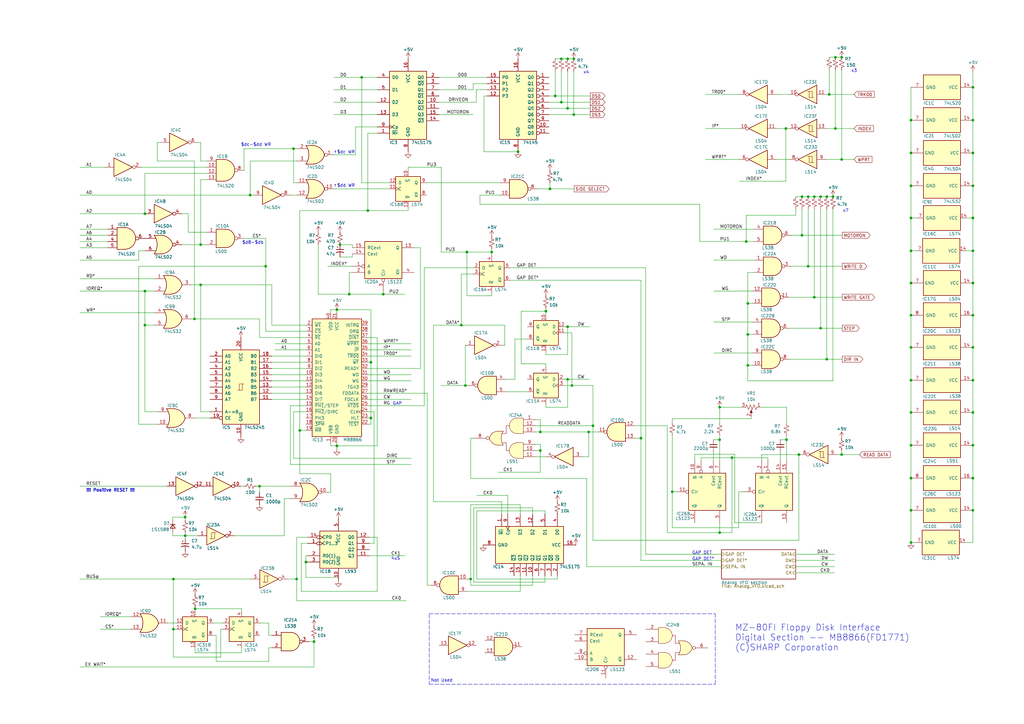
<source format=kicad_sch>
(kicad_sch (version 20211123) (generator eeschema)
  (paper "A3")
  (junction (at 232.791 155.575))
  (junction (at 241.427 177.165))
  (junction (at 232.791 133.985))
  (junction (at 189.23 133.35))
  (junction (at 59.436 119.38))
  (junction (at 108.966 109.22))
  (junction (at 275.717 201.676))
  (junction (at 59.436 87.63))
  (junction (at 143.256 120.65))
  (junction (at 227.711 39.37))
  (junction (at 120.396 60.96))
  (junction (at 82.296 100.33))
  (junction (at 334.01 121.92))
  (junction (at 331.47 80.645))
  (junction (at 221.615 184.785))
  (junction (at 399.034 62.738))
  (junction (at 373.634 102.87))
  (junction (at 373.634 89.408))
  (junction (at 341.63 80.645))
  (junction (at 125.476 230.505))
  (junction (at 243.205 174.625))
  (junction (at 373.634 49.276))
  (junction (at 306.705 124.46))
  (junction (at 139.446 100.33))
  (junction (at 399.034 209.296))
  (junction (at 80.01 249.682))
  (junction (at 399.034 49.276))
  (junction (at 306.705 137.16))
  (junction (at 373.634 222.504))
  (junction (at 122.936 176.53))
  (junction (at 193.04 237.49))
  (junction (at 339.09 147.32))
  (junction (at 336.55 80.645))
  (junction (at 79.756 130.81))
  (junction (at 399.034 102.87))
  (junction (at 230.251 24.13))
  (junction (at 152.146 171.45))
  (junction (at 300.228 187.706))
  (junction (at 342.646 23.495))
  (junction (at 399.034 196.088))
  (junction (at 399.034 169.164))
  (junction (at 225.552 77.47))
  (junction (at 295.148 180.34))
  (junction (at 157.226 120.65))
  (junction (at 201.676 103.378))
  (junction (at 295.148 218.44))
  (junction (at 345.186 65.405))
  (junction (at 71.12 258.064))
  (junction (at 327.66 186.436))
  (junction (at 138.176 127))
  (junction (at 235.331 46.99))
  (junction (at 334.01 80.645))
  (junction (at 152.146 148.59))
  (junction (at 306.07 99.06))
  (junction (at 399.034 35.814))
  (junction (at 221.615 177.165))
  (junction (at 71.12 237.49))
  (junction (at 399.034 129.286))
  (junction (at 399.034 155.956))
  (junction (at 339.09 80.645))
  (junction (at 336.55 134.62))
  (junction (at 328.93 80.645))
  (junction (at 75.946 219.71))
  (junction (at 106.426 199.39))
  (junction (at 373.634 182.626))
  (junction (at 59.436 133.35))
  (junction (at 306.705 149.86))
  (junction (at 399.034 76.2))
  (junction (at 399.034 89.408))
  (junction (at 345.186 186.436))
  (junction (at 190.881 158.115))
  (junction (at 399.034 116.078))
  (junction (at 295.148 167.005))
  (junction (at 75.946 212.09))
  (junction (at 373.634 116.078))
  (junction (at 138.176 182.88))
  (junction (at 399.034 142.494))
  (junction (at 399.034 182.626))
  (junction (at 212.471 62.23))
  (junction (at 331.47 109.22))
  (junction (at 373.634 155.956))
  (junction (at 345.186 23.495))
  (junction (at 322.326 52.705))
  (junction (at 322.58 180.34))
  (junction (at 102.616 80.01))
  (junction (at 223.901 127.635))
  (junction (at 230.251 41.91))
  (junction (at 234.569 158.115))
  (junction (at 128.778 263.144))
  (junction (at 232.791 44.45))
  (junction (at 373.634 76.2))
  (junction (at 373.634 129.286))
  (junction (at 121.666 237.49))
  (junction (at 328.93 96.52))
  (junction (at 148.336 31.75))
  (junction (at 373.634 142.494))
  (junction (at 150.876 86.36))
  (junction (at 262.89 179.705))
  (junction (at 232.791 24.13))
  (junction (at 373.634 169.164))
  (junction (at 235.331 24.13))
  (junction (at 373.634 196.088))
  (junction (at 191.516 103.378))
  (junction (at 373.634 209.296))
  (junction (at 373.634 62.738))
  (junction (at 340.106 38.735))
  (junction (at 82.296 116.84))
  (junction (at 342.646 52.705))
  (wire (pts (xy 336.55 134.62) (xy 345.44 134.62)))
  (wire (pts (xy 80.01 248.92) (xy 80.01 249.682)))
  (wire (pts (xy 91.44 258.064) (xy 90.551 258.064)))
  (wire (pts (xy 126.111 220.345) (xy 121.666 220.345)))
  (wire (pts (xy 342.646 52.705) (xy 338.836 52.705)))
  (polyline (pts (xy 176.022 251.714) (xy 293.37 251.714)))
  (wire (pts (xy 32.766 99.06) (xy 44.196 99.06)))
  (wire (pts (xy 153.416 168.91) (xy 153.416 222.885)))
  (wire (pts (xy 177.8 205.74) (xy 205.74 205.74)))
  (wire (pts (xy 120.396 168.91) (xy 120.396 187.96)))
  (wire (pts (xy 223.901 128.905) (xy 223.901 127.635)))
  (wire (pts (xy 175.26 240.03) (xy 175.26 161.29)))
  (wire (pts (xy 144.526 105.41) (xy 139.446 105.41)))
  (wire (pts (xy 191.516 121.285) (xy 191.516 103.378)))
  (wire (pts (xy 106.426 130.81) (xy 106.426 138.43)))
  (wire (pts (xy 345.186 186.436) (xy 343.408 186.436)))
  (wire (pts (xy 150.876 171.45) (xy 152.146 171.45)))
  (wire (pts (xy 232.791 145.415) (xy 223.901 145.415)))
  (wire (pts (xy 105.156 199.39) (xy 106.426 199.39)))
  (wire (pts (xy 223.52 209.55) (xy 223.52 210.82)))
  (wire (pts (xy 177.8 133.35) (xy 189.23 133.35)))
  (wire (pts (xy 303.022 201.676) (xy 303.022 216.408)))
  (wire (pts (xy 275.717 173.355) (xy 275.717 171.704)))
  (wire (pts (xy 152.146 171.45) (xy 152.146 148.59)))
  (wire (pts (xy 100.076 97.79) (xy 108.966 97.79)))
  (wire (pts (xy 205.74 210.82) (xy 205.74 205.74)))
  (wire (pts (xy 306.705 137.16) (xy 308.61 137.16)))
  (wire (pts (xy 80.01 265.684) (xy 80.01 267.716)))
  (wire (pts (xy 326.39 229.87) (xy 342.265 229.87)))
  (wire (pts (xy 108.966 97.79) (xy 108.966 109.22)))
  (wire (pts (xy 199.771 36.83) (xy 195.326 36.83)))
  (wire (pts (xy 373.634 62.738) (xy 373.634 76.2)))
  (wire (pts (xy 150.876 153.67) (xy 168.656 153.67)))
  (wire (pts (xy 339.09 80.645) (xy 336.55 80.645)))
  (wire (pts (xy 82.296 73.66) (xy 82.296 100.33)))
  (wire (pts (xy 80.01 249.682) (xy 80.01 250.444)))
  (wire (pts (xy 125.476 146.05) (xy 111.506 146.05)))
  (wire (pts (xy 122.936 86.36) (xy 122.936 176.53)))
  (wire (pts (xy 223.901 126.365) (xy 223.901 127.635)))
  (wire (pts (xy 81.026 58.42) (xy 82.296 58.42)))
  (wire (pts (xy 243.205 174.625) (xy 243.205 221.615)))
  (wire (pts (xy 64.516 66.04) (xy 64.516 58.42)))
  (wire (pts (xy 59.436 133.35) (xy 63.246 133.35)))
  (wire (pts (xy 213.741 127.635) (xy 213.741 149.225)))
  (wire (pts (xy 110.236 265.684) (xy 110.236 271.272)))
  (wire (pts (xy 399.034 196.088) (xy 399.034 209.296)))
  (polyline (pts (xy 176.022 280.67) (xy 293.37 280.67)))
  (wire (pts (xy 221.615 177.165) (xy 241.427 177.165)))
  (wire (pts (xy 373.634 209.296) (xy 373.634 222.504)))
  (wire (pts (xy 328.93 80.645) (xy 328.93 81.28)))
  (wire (pts (xy 154.686 242.57) (xy 154.686 220.345)))
  (wire (pts (xy 80.01 249.682) (xy 99.06 249.682)))
  (wire (pts (xy 324.485 109.22) (xy 331.47 109.22)))
  (wire (pts (xy 88.646 271.272) (xy 110.236 271.272)))
  (wire (pts (xy 128.778 263.144) (xy 128.778 273.558)))
  (wire (pts (xy 287.528 188.976) (xy 287.528 187.706)))
  (wire (pts (xy 120.396 60.96) (xy 100.076 60.96)))
  (wire (pts (xy 345.186 28.575) (xy 345.186 65.405)))
  (wire (pts (xy 121.666 237.49) (xy 121.666 246.38)))
  (wire (pts (xy 201.676 102.108) (xy 201.676 103.378)))
  (wire (pts (xy 331.47 109.22) (xy 345.44 109.22)))
  (wire (pts (xy 208.28 203.2) (xy 208.28 210.82)))
  (wire (pts (xy 150.876 86.36) (xy 122.936 86.36)))
  (wire (pts (xy 373.634 129.286) (xy 373.634 142.494)))
  (wire (pts (xy 373.634 155.956) (xy 373.634 169.164)))
  (wire (pts (xy 232.791 133.985) (xy 241.935 133.985)))
  (wire (pts (xy 198.501 39.37) (xy 198.501 62.23)))
  (wire (pts (xy 70.866 212.09) (xy 75.946 212.09)))
  (wire (pts (xy 135.636 194.31) (xy 122.936 194.31)))
  (wire (pts (xy 190.881 158.115) (xy 192.151 158.115)))
  (wire (pts (xy 90.551 258.064) (xy 90.551 269.494)))
  (wire (pts (xy 64.516 168.91) (xy 59.436 168.91)))
  (wire (pts (xy 228.6 236.22) (xy 228.6 237.49)))
  (wire (pts (xy 180.086 46.99) (xy 194.056 46.99)))
  (wire (pts (xy 323.85 134.62) (xy 336.55 134.62)))
  (wire (pts (xy 227.711 39.37) (xy 242.062 39.37)))
  (wire (pts (xy 145.796 52.07) (xy 154.686 52.07)))
  (wire (pts (xy 227.711 24.13) (xy 230.251 24.13)))
  (wire (pts (xy 180.086 31.75) (xy 199.771 31.75)))
  (wire (pts (xy 59.436 71.12) (xy 59.436 87.63)))
  (wire (pts (xy 373.634 89.408) (xy 376.174 89.408)))
  (wire (pts (xy 193.04 237.49) (xy 193.04 207.01)))
  (wire (pts (xy 32.766 119.38) (xy 59.436 119.38)))
  (wire (pts (xy 314.96 188.976) (xy 314.96 187.706)))
  (wire (pts (xy 138.176 184.15) (xy 138.176 182.88)))
  (wire (pts (xy 312.42 188.976) (xy 312.42 186.436)))
  (wire (pts (xy 99.06 265.684) (xy 99.06 267.716)))
  (wire (pts (xy 322.326 52.705) (xy 322.326 74.295)))
  (wire (pts (xy 119.126 204.47) (xy 116.586 204.47)))
  (wire (pts (xy 331.47 80.645) (xy 334.01 80.645)))
  (wire (pts (xy 213.36 236.22) (xy 213.36 242.57)))
  (wire (pts (xy 373.634 169.164) (xy 373.634 182.626)))
  (wire (pts (xy 56.896 109.22) (xy 56.896 173.99)))
  (wire (pts (xy 122.936 176.53) (xy 125.476 176.53)))
  (wire (pts (xy 180.721 158.115) (xy 190.881 158.115)))
  (wire (pts (xy 79.756 130.81) (xy 106.426 130.81)))
  (wire (pts (xy 234.569 136.525) (xy 234.569 158.115)))
  (wire (pts (xy 219.71 174.625) (xy 243.205 174.625)))
  (wire (pts (xy 145.796 63.5) (xy 145.796 52.07)))
  (wire (pts (xy 195.58 237.49) (xy 195.58 209.55)))
  (wire (pts (xy 32.766 114.3) (xy 63.246 114.3)))
  (wire (pts (xy 75.946 219.71) (xy 75.946 220.98)))
  (wire (pts (xy 136.906 63.5) (xy 145.796 63.5)))
  (wire (pts (xy 211.201 155.575) (xy 211.201 139.065)))
  (wire (pts (xy 260.35 179.705) (xy 262.89 179.705)))
  (wire (pts (xy 136.906 77.47) (xy 159.766 77.47)))
  (wire (pts (xy 121.666 60.96) (xy 120.396 60.96)))
  (wire (pts (xy 139.446 100.33) (xy 144.526 100.33)))
  (wire (pts (xy 90.551 269.494) (xy 71.12 269.494)))
  (wire (pts (xy 121.666 237.49) (xy 118.0084 237.49)))
  (wire (pts (xy 221.615 172.085) (xy 221.615 177.165)))
  (wire (pts (xy 79.756 130.81) (xy 79.756 66.04)))
  (wire (pts (xy 32.766 96.52) (xy 44.196 96.52)))
  (wire (pts (xy 68.834 255.524) (xy 72.39 255.524)))
  (wire (pts (xy 399.034 129.286) (xy 399.034 142.494)))
  (wire (pts (xy 135.636 181.61) (xy 135.636 182.88)))
  (wire (pts (xy 150.876 140.97) (xy 168.656 140.97)))
  (wire (pts (xy 324.485 96.52) (xy 328.93 96.52)))
  (wire (pts (xy 303.022 216.408) (xy 275.717 216.408)))
  (wire (pts (xy 106.426 138.43) (xy 125.476 138.43)))
  (wire (pts (xy 308.61 119.38) (xy 292.735 119.38)))
  (wire (pts (xy 309.245 106.68) (xy 292.735 106.68)))
  (wire (pts (xy 125.476 148.59) (xy 111.506 148.59)))
  (wire (pts (xy 154.686 138.43) (xy 154.686 182.88)))
  (wire (pts (xy 125.476 230.505) (xy 126.111 230.505)))
  (wire (pts (xy 119.126 80.01) (xy 121.666 80.01)))
  (wire (pts (xy 339.09 85.725) (xy 339.09 147.32)))
  (wire (pts (xy 56.896 173.99) (xy 64.516 173.99)))
  (wire (pts (xy 295.148 167.005) (xy 304.292 167.005)))
  (wire (pts (xy 32.766 101.6) (xy 44.196 101.6)))
  (wire (pts (xy 341.63 156.21) (xy 341.63 85.725)))
  (wire (pts (xy 340.106 38.735) (xy 338.836 38.735)))
  (wire (pts (xy 177.8 205.74) (xy 177.8 133.35)))
  (wire (pts (xy 75.946 212.09) (xy 75.946 213.36)))
  (wire (pts (xy 232.791 155.575) (xy 232.791 167.005)))
  (wire (pts (xy 399.034 155.956) (xy 399.034 169.164)))
  (wire (pts (xy 399.034 35.814) (xy 399.034 49.276)))
  (wire (pts (xy 232.791 24.13) (xy 230.251 24.13)))
  (wire (pts (xy 32.766 68.58) (xy 42.926 68.58)))
  (wire (pts (xy 111.506 265.684) (xy 110.236 265.684)))
  (wire (pts (xy 71.12 258.064) (xy 72.39 258.064)))
  (wire (pts (xy 327.66 186.436) (xy 327.66 221.615)))
  (wire (pts (xy 295.148 178.562) (xy 295.148 180.34)))
  (wire (pts (xy 326.39 85.725) (xy 326.39 88.265)))
  (wire (pts (xy 336.55 85.725) (xy 336.55 134.62)))
  (wire (pts (xy 275.717 216.408) (xy 275.717 201.676)))
  (wire (pts (xy 399.034 89.408) (xy 399.034 102.87)))
  (wire (pts (xy 135.636 201.93) (xy 135.636 194.31)))
  (wire (pts (xy 295.91 227.33) (xy 264.795 227.33)))
  (wire (pts (xy 209.296 109.855) (xy 264.795 109.855)))
  (wire (pts (xy 71.12 237.49) (xy 71.12 258.064)))
  (wire (pts (xy 193.04 179.705) (xy 193.04 196.215)))
  (wire (pts (xy 352.552 186.436) (xy 345.186 186.436)))
  (wire (pts (xy 193.04 240.03) (xy 193.04 237.49)))
  (polyline (pts (xy 176.022 251.968) (xy 176.022 280.67)))
  (wire (pts (xy 213.36 207.01) (xy 213.36 210.82)))
  (wire (pts (xy 230.251 41.91) (xy 242.062 41.91)))
  (wire (pts (xy 289.306 65.405) (xy 303.276 65.405)))
  (wire (pts (xy 191.77 237.49) (xy 193.04 237.49)))
  (wire (pts (xy 128.778 261.874) (xy 128.778 263.144)))
  (wire (pts (xy 190.881 141.605) (xy 190.881 158.115)))
  (wire (pts (xy 32.766 93.98) (xy 44.196 93.98)))
  (wire (pts (xy 399.034 62.738) (xy 399.034 76.2)))
  (wire (pts (xy 121.666 66.04) (xy 102.616 66.04)))
  (wire (pts (xy 152.146 127) (xy 152.146 148.59)))
  (wire (pts (xy 292.735 132.08) (xy 308.61 132.08)))
  (wire (pts (xy 295.148 214.376) (xy 295.148 218.44)))
  (wire (pts (xy 116.586 204.47) (xy 116.586 219.71)))
  (wire (pts (xy 399.034 102.87) (xy 399.034 116.078)))
  (wire (pts (xy 322.58 178.562) (xy 322.58 180.34)))
  (wire (pts (xy 320.04 180.34) (xy 322.58 180.34)))
  (wire (pts (xy 74.676 100.33) (xy 82.296 100.33)))
  (wire (pts (xy 125.476 166.37) (xy 119.126 166.37)))
  (wire (pts (xy 295.148 180.34) (xy 295.148 188.976)))
  (wire (pts (xy 220.345 77.47) (xy 225.552 77.47)))
  (wire (pts (xy 136.906 41.91) (xy 154.686 41.91)))
  (wire (pts (xy 125.476 168.91) (xy 120.396 168.91)))
  (wire (pts (xy 396.24 102.87) (xy 399.034 102.87)))
  (wire (pts (xy 373.634 182.626) (xy 373.634 196.088)))
  (wire (pts (xy 112.776 140.97) (xy 125.476 140.97)))
  (wire (pts (xy 227.711 29.21) (xy 227.711 39.37)))
  (wire (pts (xy 123.571 242.57) (xy 154.686 242.57)))
  (wire (pts (xy 223.901 149.225) (xy 223.901 150.495)))
  (wire (pts (xy 300.228 187.706) (xy 314.96 187.706)))
  (wire (pts (xy 75.946 219.71) (xy 81.026 219.71)))
  (wire (pts (xy 373.634 89.408) (xy 373.634 102.87)))
  (wire (pts (xy 223.901 165.735) (xy 223.901 167.005)))
  (wire (pts (xy 138.176 127) (xy 138.176 128.27)))
  (wire (pts (xy 82.296 116.84) (xy 111.506 116.84)))
  (wire (pts (xy 125.476 158.75) (xy 111.506 158.75)))
  (wire (pts (xy 232.791 29.21) (xy 232.791 44.45)))
  (wire (pts (xy 159.766 74.93) (xy 148.336 74.93)))
  (wire (pts (xy 100.076 60.96) (xy 100.076 69.85)))
  (wire (pts (xy 120.396 187.96) (xy 168.656 187.96)))
  (wire (pts (xy 204.343 193.675) (xy 221.615 193.675)))
  (wire (pts (xy 243.205 158.115) (xy 243.205 174.625)))
  (wire (pts (xy 309.245 93.98) (xy 292.735 93.98)))
  (wire (pts (xy 303.276 74.295) (xy 322.326 74.295)))
  (wire (pts (xy 121.666 246.38) (xy 166.624 246.38)))
  (wire (pts (xy 154.686 220.345) (xy 151.511 220.345)))
  (wire (pts (xy 106.426 199.39) (xy 106.426 201.93)))
  (wire (pts (xy 306.07 99.06) (xy 309.245 99.06)))
  (wire (pts (xy 306.705 124.46) (xy 308.61 124.46)))
  (wire (pts (xy 219.71 172.085) (xy 221.615 172.085)))
  (wire (pts (xy 150.876 166.37) (xy 173.99 166.37)))
  (wire (pts (xy 108.966 135.89) (xy 108.966 109.22)))
  (wire (pts (xy 399.034 116.078) (xy 399.034 129.286)))
  (wire (pts (xy 318.516 38.735) (xy 323.596 38.735)))
  (wire (pts (xy 373.634 102.87) (xy 373.634 116.078)))
  (wire (pts (xy 221.615 177.165) (xy 219.71 177.165)))
  (wire (pts (xy 300.228 187.706) (xy 300.228 218.44)))
  (wire (pts (xy 180.975 68.58) (xy 180.975 103.378)))
  (wire (pts (xy 198.501 62.23) (xy 212.471 62.23)))
  (wire (pts (xy 130.556 100.33) (xy 130.556 120.65)))
  (wire (pts (xy 32.766 87.63) (xy 59.436 87.63)))
  (wire (pts (xy 121.666 74.93) (xy 120.396 74.93)))
  (wire (pts (xy 70.866 213.36) (xy 70.866 212.09)))
  (wire (pts (xy 77.216 95.25) (xy 77.216 87.63)))
  (wire (pts (xy 287.02 99.06) (xy 306.07 99.06)))
  (wire (pts (xy 180.975 103.378) (xy 191.516 103.378)))
  (wire (pts (xy 373.634 49.276) (xy 373.634 62.738)))
  (wire (pts (xy 238.887 187.325) (xy 241.427 187.325)))
  (wire (pts (xy 235.331 29.21) (xy 235.331 46.99)))
  (wire (pts (xy 287.528 187.706) (xy 300.228 187.706)))
  (wire (pts (xy 232.791 155.575) (xy 241.681 155.575)))
  (wire (pts (xy 59.436 119.38) (xy 63.246 119.38)))
  (wire (pts (xy 312.42 186.436) (xy 327.66 186.436)))
  (wire (pts (xy 273.685 174.625) (xy 273.685 218.44)))
  (wire (pts (xy 223.52 238.76) (xy 194.31 238.76)))
  (wire (pts (xy 167.386 68.58) (xy 180.975 68.58)))
  (wire (pts (xy 150.876 173.99) (xy 152.146 173.99)))
  (wire (pts (xy 322.58 180.34) (xy 322.58 188.976)))
  (wire (pts (xy 80.01 267.716) (xy 99.06 267.716)))
  (wire (pts (xy 77.216 87.63) (xy 74.676 87.63)))
  (wire (pts (xy 199.771 39.37) (xy 198.501 39.37)))
  (wire (pts (xy 201.676 121.285) (xy 191.516 121.285)))
  (wire (pts (xy 326.39 232.41) (xy 342.265 232.41)))
  (wire (pts (xy 328.93 96.52) (xy 345.44 96.52)))
  (wire (pts (xy 306.07 88.265) (xy 306.07 99.06)))
  (wire (pts (xy 340.106 28.575) (xy 340.106 38.735)))
  (wire (pts (xy 150.876 163.83) (xy 168.656 163.83)))
  (wire (pts (xy 175.006 74.93) (xy 205.105 74.93)))
  (wire (pts (xy 218.44 240.03) (xy 193.04 240.03)))
  (wire (pts (xy 219.71 184.785) (xy 221.615 184.785)))
  (wire (pts (xy 350.266 38.735) (xy 340.106 38.735)))
  (wire (pts (xy 99.06 250.444) (xy 99.06 249.682)))
  (wire (pts (xy 399.034 49.276) (xy 399.034 62.738)))
  (wire (pts (xy 262.89 229.87) (xy 295.91 229.87)))
  (wire (pts (xy 59.436 119.38) (xy 59.436 133.35)))
  (wire (pts (xy 273.685 218.44) (xy 295.148 218.44)))
  (wire (pts (xy 80.01 243.8908) (xy 80.01 243.84)))
  (wire (pts (xy 150.876 146.05) (xy 168.656 146.05)))
  (wire (pts (xy 306.705 111.76) (xy 306.705 124.46)))
  (wire (pts (xy 318.516 52.705) (xy 322.326 52.705)))
  (wire (pts (xy 126.111 227.965) (xy 125.476 227.965)))
  (wire (pts (xy 194.31 208.28) (xy 218.44 208.28)))
  (wire (pts (xy 373.634 196.088) (xy 373.634 209.296)))
  (wire (pts (xy 262.89 114.935) (xy 262.89 179.705)))
  (wire (pts (xy 135.636 128.27) (xy 135.636 127)))
  (wire (pts (xy 331.47 85.725) (xy 331.47 109.22)))
  (wire (pts (xy 125.476 227.965) (xy 125.476 230.505)))
  (wire (pts (xy 70.866 218.44) (xy 70.866 219.71)))
  (wire (pts (xy 306.705 137.16) (xy 306.705 149.86)))
  (wire (pts (xy 150.876 151.13) (xy 172.466 151.13)))
  (wire (pts (xy 225.171 46.99) (xy 235.331 46.99)))
  (wire (pts (xy 225.171 44.45) (xy 232.791 44.45)))
  (wire (pts (xy 373.634 222.504) (xy 375.666 222.504)))
  (wire (pts (xy 196.85 83.82) (xy 287.02 83.82)))
  (wire (pts (xy 151.511 222.885) (xy 153.416 222.885)))
  (wire (pts (xy 373.634 76.2) (xy 373.634 89.408)))
  (wire (pts (xy 334.01 121.92) (xy 345.44 121.92)))
  (wire (pts (xy 125.476 236.855) (xy 138.811 236.855)))
  (wire (pts (xy 82.296 58.42) (xy 82.296 66.04)))
  (wire (pts (xy 189.23 112.395) (xy 194.056 112.395)))
  (wire (pts (xy 345.186 184.785) (xy 345.186 186.436)))
  (wire (pts (xy 150.876 138.43) (xy 154.686 138.43)))
  (wire (pts (xy 64.516 58.42) (xy 65.786 58.42)))
  (wire (pts (xy 322.58 173.482) (xy 322.58 167.005)))
  (wire (pts (xy 136.906 31.75) (xy 148.336 31.75)))
  (polyline (pts (xy 293.37 280.67) (xy 293.37 251.714)))
  (wire (pts (xy 399.034 169.164) (xy 399.034 182.626)))
  (wire (pts (xy 223.647 187.325) (xy 219.71 187.325)))
  (wire (pts (xy 180.086 41.91) (xy 195.326 41.91)))
  (wire (pts (xy 308.61 144.78) (xy 292.735 144.78)))
  (wire (pts (xy 102.616 80.01) (xy 103.886 80.01)))
  (wire (pts (xy 322.58 167.005) (xy 311.912 167.005)))
  (wire (pts (xy 123.571 222.885) (xy 123.571 242.57)))
  (wire (pts (xy 327.66 186.436) (xy 328.168 186.436)))
  (wire (pts (xy 32.766 80.01) (xy 102.616 80.01)))
  (wire (pts (xy 152.146 173.99) (xy 152.146 171.45)))
  (wire (pts (xy 334.01 80.645) (xy 336.55 80.645)))
  (wire (pts (xy 78.486 116.84) (xy 82.296 116.84)))
  (wire (pts (xy 191.77 242.57) (xy 213.36 242.57)))
  (wire (pts (xy 231.521 155.575) (xy 232.791 155.575)))
  (wire (pts (xy 173.99 109.855) (xy 194.056 109.855)))
  (wire (pts (xy 342.646 23.495) (xy 340.106 23.495)))
  (wire (pts (xy 193.04 196.215) (xy 240.665 196.215)))
  (wire (pts (xy 292.608 185.42) (xy 292.608 188.976)))
  (wire (pts (xy 136.906 46.99) (xy 154.686 46.99)))
  (wire (pts (xy 399.034 142.494) (xy 399.034 155.956)))
  (wire (pts (xy 167.386 86.36) (xy 167.386 85.09)))
  (wire (pts (xy 396.494 89.408) (xy 399.034 89.408)))
  (wire (pts (xy 150.876 143.51) (xy 168.656 143.51)))
  (wire (pts (xy 399.034 76.2) (xy 399.034 89.408)))
  (wire (pts (xy 218.44 208.28) (xy 218.44 210.82)))
  (wire (pts (xy 86.106 171.45) (xy 79.756 171.45)))
  (wire (pts (xy 191.516 103.378) (xy 201.676 103.378)))
  (wire (pts (xy 207.391 160.655) (xy 216.281 160.655)))
  (wire (pts (xy 150.876 168.91) (xy 153.416 168.91)))
  (wire (pts (xy 309.245 111.76) (xy 306.705 111.76)))
  (wire (pts (xy 154.686 182.88) (xy 138.176 182.88)))
  (wire (pts (xy 399.034 182.626) (xy 399.034 196.088)))
  (wire (pts (xy 111.506 116.84) (xy 111.506 133.35)))
  (wire (pts (xy 150.876 148.59) (xy 152.146 148.59)))
  (wire (pts (xy 341.63 80.645) (xy 339.09 80.645)))
  (wire (pts (xy 70.866 219.71) (xy 75.946 219.71)))
  (wire (pts (xy 108.966 109.22) (xy 56.896 109.22)))
  (wire (pts (xy 326.39 227.33) (xy 342.265 227.33)))
  (wire (pts (xy 275.717 178.435) (xy 275.717 201.676)))
  (wire (pts (xy 138.176 182.88) (xy 138.176 181.61)))
  (wire (pts (xy 218.44 236.22) (xy 218.44 240.03)))
  (wire (pts (xy 199.771 34.29) (xy 194.056 34.29)))
  (wire (pts (xy 75.946 218.44) (xy 75.946 219.71)))
  (wire (pts (xy 331.47 80.645) (xy 328.93 80.645)))
  (wire (pts (xy 399.034 209.296) (xy 399.034 222.504)))
  (wire (pts (xy 232.791 133.985) (xy 232.791 145.415)))
  (wire (pts (xy 223.901 144.145) (xy 223.901 145.415)))
  (wire (pts (xy 71.12 269.494) (xy 71.12 258.064)))
  (wire (pts (xy 196.85 83.82) (xy 196.85 80.01)))
  (wire (pts (xy 399.034 222.504) (xy 395.986 222.504)))
  (wire (pts (xy 373.634 35.814) (xy 373.634 49.276)))
  (wire (pts (xy 106.68 255.524) (xy 110.236 255.524)))
  (wire (pts (xy 180.086 36.83) (xy 194.056 36.83)))
  (wire (pts (xy 277.368 201.676) (xy 275.717 201.676)))
  (wire (pts (xy 234.569 158.115) (xy 243.205 158.115)))
  (wire (pts (xy 193.04 179.705) (xy 194.31 179.705)))
  (wire (pts (xy 207.391 155.575) (xy 211.201 155.575)))
  (wire (pts (xy 144.526 104.14) (xy 144.526 105.41)))
  (wire (pts (xy 295.148 173.482) (xy 295.148 167.005)))
  (wire (pts (xy 86.106 168.91) (xy 82.296 168.91)))
  (wire (pts (xy 289.306 52.705) (xy 303.276 52.705)))
  (wire (pts (xy 326.39 80.645) (xy 328.93 80.645)))
  (wire (pts (xy 225.171 39.37) (xy 227.711 39.37)))
  (wire (pts (xy 135.636 182.88) (xy 138.176 182.88)))
  (wire (pts (xy 225.552 74.93) (xy 225.552 77.47)))
  (wire (pts (xy 301.371 186.309) (xy 284.988 186.309)))
  (wire (pts (xy 84.836 73.66) (xy 82.296 73.66)))
  (wire (pts (xy 350.266 52.705) (xy 342.646 52.705)))
  (wire (pts (xy 243.205 221.615) (xy 327.66 221.615)))
  (wire (pts (xy 221.615 184.785) (xy 221.615 193.675)))
  (wire (pts (xy 59.436 102.87) (xy 56.896 102.87)))
  (wire (pts (xy 373.634 116.078) (xy 373.634 129.286)))
  (wire (pts (xy 125.476 151.13) (xy 111.506 151.13)))
  (wire (pts (xy 87.63 260.604) (xy 88.646 260.604)))
  (wire (pts (xy 240.665 232.41) (xy 295.91 232.41)))
  (wire (pts (xy 150.876 54.61) (xy 150.876 86.36)))
  (wire (pts (xy 230.251 29.21) (xy 230.251 41.91)))
  (wire (pts (xy 148.336 74.93) (xy 148.336 31.75)))
  (wire (pts (xy 306.705 149.86) (xy 306.705 156.21)))
  (wire (pts (xy 56.896 102.87) (xy 56.896 106.68)))
  (wire (pts (xy 143.256 120.65) (xy 157.226 120.65)))
  (wire (pts (xy 334.01 85.725) (xy 334.01 121.92)))
  (wire (pts (xy 295.148 218.44) (xy 300.228 218.44)))
  (wire (pts (xy 207.01 133.35) (xy 207.01 141.605)))
  (wire (pts (xy 189.23 133.35) (xy 207.01 133.35)))
  (wire (pts (xy 196.85 80.01) (xy 205.105 80.01)))
  (wire (pts (xy 241.427 187.325) (xy 241.427 177.165)))
  (wire (pts (xy 125.476 153.67) (xy 111.506 153.67)))
  (wire (pts (xy 287.02 83.82) (xy 287.02 99.06)))
  (wire (pts (xy 206.121 141.605) (xy 207.01 141.605)))
  (wire (pts (xy 231.521 136.525) (xy 234.569 136.525)))
  (wire (pts (xy 308.102 170.815) (xy 308.102 171.704)))
  (wire (pts (xy 128.778 273.558) (xy 32.766 273.558)))
  (wire (pts (xy 63.246 128.27) (xy 32.766 128.27)))
  (wire (pts (xy 262.89 179.705) (xy 262.89 229.87)))
  (wire (pts (xy 172.466 101.6) (xy 172.466 151.13)))
  (wire (pts (xy 275.717 171.704) (xy 308.102 171.704)))
  (wire (pts (xy 166.116 120.65) (xy 157.226 120.65)))
  (wire (pts (xy 110.236 255.524) (xy 110.236 260.604)))
  (wire (pts (xy 154.686 54.61) (xy 150.876 54.61)))
  (wire (pts (xy 326.39 88.265) (xy 306.07 88.265)))
  (wire (pts (xy 322.326 52.705) (xy 323.596 52.705)))
  (wire (pts (xy 373.634 102.87) (xy 375.92 102.87)))
  (wire (pts (xy 173.99 109.855) (xy 173.99 166.37)))
  (wire (pts (xy 143.256 111.76) (xy 143.256 120.65)))
  (wire (pts (xy 169.926 101.6) (xy 172.466 101.6)))
  (wire (pts (xy 71.12 237.49) (xy 102.7684 237.49)))
  (wire (pts (xy 58.166 68.58) (xy 84.836 68.58)))
  (wire (pts (xy 125.476 135.89) (xy 108.966 135.89)))
  (wire (pts (xy 32.766 106.68) (xy 56.896 106.68)))
  (wire (pts (xy 240.665 196.215) (xy 240.665 232.41)))
  (wire (pts (xy 150.876 86.36) (xy 167.386 86.36)))
  (wire (pts (xy 122.936 194.31) (xy 122.936 176.53)))
  (wire (pts (xy 195.58 209.55) (xy 223.52 209.55)))
  (wire (pts (xy 223.901 127.635) (xy 213.741 127.635)))
  (wire (pts (xy 125.476 230.505) (xy 125.476 236.855)))
  (wire (pts (xy 284.988 186.309) (xy 284.988 188.976)))
  (wire (pts (xy 41.148 252.984) (xy 53.594 252.984)))
  (wire (pts (xy 235.331 24.13) (xy 232.791 24.13)))
  (wire (pts (xy 306.705 124.46) (xy 306.705 137.16)))
  (wire (pts (xy 231.521 158.115) (xy 234.569 158.115)))
  (wire (pts (xy 88.646 260.604) (xy 88.646 271.272)))
  (wire (pts (xy 111.506 133.35) (xy 125.476 133.35)))
  (wire (pts (xy 345.186 23.495) (xy 342.646 23.495)))
  (wire (pts (xy 306.705 156.21) (xy 341.63 156.21)))
  (wire (pts (xy 154.686 36.83) (xy 136.906 36.83)))
  (wire (pts (xy 260.35 174.625) (xy 273.685 174.625)))
  (wire (pts (xy 82.296 168.91) (xy 82.296 116.84)))
  (wire (pts (xy 119.126 190.5) (xy 168.656 190.5)))
  (wire (pts (xy 82.296 100.33) (xy 84.836 100.33)))
  (wire (pts (xy 304.8 201.676) (xy 303.022 201.676)))
  (wire (pts (xy 82.296 66.04) (xy 84.836 66.04)))
  (wire (pts (xy 326.39 234.95) (xy 342.265 234.95)))
  (wire (pts (xy 318.516 65.405) (xy 323.596 65.405)))
  (wire (pts (xy 150.876 161.29) (xy 175.26 161.29)))
  (wire (pts (xy 312.42 214.376) (xy 301.371 214.376)))
  (wire (pts (xy 232.791 44.45) (xy 242.062 44.45)))
  (wire (pts (xy 134.366 201.93) (xy 135.636 201.93)))
  (wire (pts (xy 125.476 161.29) (xy 111.506 161.29)))
  (wire (pts (xy 79.756 66.04) (xy 64.516 66.04)))
  (wire (pts (xy 32.7152 237.49) (xy 71.12 237.49)))
  (wire (pts (xy 339.09 147.32) (xy 345.44 147.32)))
  (wire (pts (xy 399.034 29.464) (xy 399.034 35.814)))
  (wire (pts (xy 209.296 114.935) (xy 262.89 114.935)))
  (wire (pts (xy 152.146 127) (xy 138.176 127)))
  (wire (pts (xy 323.85 147.32) (xy 339.09 147.32)))
  (wire (pts (xy 150.876 156.21) (xy 168.656 156.21)))
  (wire (pts (xy 176.53 240.03) (xy 175.26 240.03)))
  (wire (pts (xy 323.85 121.92) (xy 334.01 121.92)))
  (wire (pts (xy 225.552 77.47) (xy 235.458 77.47)))
  (wire (pts (xy 125.476 163.83) (xy 111.506 163.83)))
  (wire (pts (xy 96.266 219.71) (xy 116.586 219.71)))
  (wire (pts (xy 126.111 222.885) (xy 123.571 222.885)))
  (wire (pts (xy 125.476 156.21) (xy 111.506 156.21)))
  (wire (pts (xy 342.646 28.575) (xy 342.646 52.705)))
  (wire (pts (xy 121.666 220.345) (xy 121.666 237.49)))
  (wire (pts (xy 119.126 166.37) (xy 119.126 190.5)))
  (wire (pts (xy 167.386 69.85) (xy 167.386 68.58)))
  (wire (pts (xy 106.426 199.39) (xy 119.126 199.39)))
  (wire (pts (xy 195.58 203.2) (xy 208.28 203.2)))
  (wire (pts (xy 320.04 185.42) (xy 320.04 188.976)))
  (wire (pts (xy 110.236 260.604) (xy 111.506 260.604)))
  (wire (pts (xy 148.336 31.75) (xy 154.686 31.75)))
  (wire (pts (xy 130.556 120.65) (xy 143.256 120.65)))
  (wire (pts (xy 350.266 65.405) (xy 345.186 65.405)))
  (wire (pts (xy 201.676 120.015) (xy 201.676 121.285)))
  (wire (pts (xy 87.63 255.524) (xy 91.44 255.524)))
  (wire (pts (xy 84.836 95.25) (xy 77.216 95.25)))
  (wire (pts (xy 84.836 71.12) (xy 59.436 71.12)))
  (wire (pts (xy 144.526 111.76) (xy 143.256 111.76)))
  (wire (pts (xy 53.594 258.064) (xy 41.148 258.064)))
  (wire (pts (xy 292.608 180.34) (xy 295.148 180.34)))
  (wire (pts (xy 193.04 207.01) (xy 213.36 207.01)))
  (wire (pts (xy 112.776 143.51) (xy 125.476 143.51)))
  (wire (pts (xy 78.486 130.81) (xy 79.756 130.81)))
  (wire (pts (xy 221.615 182.245) (xy 221.615 184.785)))
  (wire (pts (xy 373.634 142.494) (xy 373.634 155.956)))
  (wire (pts (xy 328.93 85.725) (xy 328.93 96.52)))
  (wire (pts (xy 195.326 36.83) (xy 195.326 41.91)))
  (wire (pts (xy 223.52 236.22) (xy 223.52 238.76)))
  (wire (pts (xy 100.076 199.39) (xy 98.806 199.39)))
  (wire (pts (xy 211.201 139.065) (xy 216.281 139.065)))
  (wire (pts (xy 219.71 182.245) (xy 221.615 182.245)))
  (wire (pts (xy 134.366 109.22) (xy 144.526 109.22)))
  (wire (pts (xy 232.791 167.005) (xy 223.901 167.005)))
  (wire (pts (xy 301.371 214.376) (xy 301.371 186.309)))
  (wire (pts (xy 241.427 177.165) (xy 245.11 177.165)))
  (wire (pts (xy 231.521 133.985) (xy 232.791 133.985)))
  (wire (pts (xy 289.306 38.735) (xy 303.276 38.735)))
  (wire (pts (xy 68.326 199.39) (xy 32.766 199.39)))
  (wire (pts (xy 189.23 112.395) (xy 189.23 133.35)))
  (wire (pts (xy 102.616 66.04) (xy 102.616 80.01)))
  (wire (pts (xy 194.056 34.29) (xy 194.056 36.83)))
  (wire (pts (xy 144.526 100.33) (xy 144.526 101.6)))
  (wire (pts (xy 120.396 74.93) (xy 120.396 60.96)))
  (wire (pts (xy 264.795 227.33) (xy 264.795 109.855)))
  (wire (pts (xy 128.778 263.144) (xy 126.746 263.144)))
  (wire (pts (xy 213.741 149.225) (xy 223.901 149.225)))
  (wire (pts (xy 194.31 238.76) (xy 194.31 208.28)))
  (wire (pts (xy 59.436 168.91) (xy 59.436 133.35)))
  (wire (pts (xy 135.636 127) (xy 138.176 127)))
  (wire (pts (xy 306.705 149.86) (xy 308.61 149.86)))
  (wire (pts (xy 235.331 46.99) (xy 242.062 46.99)))
  (wire (pts (xy 225.171 41.91) (xy 230.251 41.91)))
  (wire (pts (xy 345.186 65.405) (xy 338.836 65.405)))
  (wire (pts (xy 201.676 103.378) (xy 201.676 104.775)))
  (wire (pts (xy 151.511 227.965) (xy 166.116 227.965)))
  (wire (pts (xy 157.226 120.65) (xy 157.226 119.38)))
  (wire (pts (xy 228.6 237.49) (xy 195.58 237.49)))
  (text "GAP DET*" (at 283.845 230.124 0) (effects (font (size 1.27 1.27)) (justify left bottom)))
  (text "x4" (at 241.681 30.48 180) (effects (font (size 1.27 1.27)) (justify right bottom)))
  (text "$dc-$dd WR" (at 98.806 60.198 0) (effects (font (size 1.27 1.27)) (justify left bottom)))
  (text "GAP" (at 161.036 166.37 0) (effects (font (size 1.27 1.27)) (justify left bottom)))
  (text "MZ-80FI Floppy Disk Interface\nDigital Section -- MB8866(FD1771)\n(C)SHARP Corporation" (at 301.498 267.208 0) (effects (font (size 2.54 2.54)) (justify left bottom)))
  (text "Not Used" (at 185.674 279.908 180) (effects (font (size 1.27 1.27)) (justify right bottom)))
  (text "↑$dd WR" (at 136.652 76.962 0) (effects (font (size 1.27 1.27)) (justify left bottom)))
  (text "$d8-$db" (at 99.314 100.33 0) (effects (font (size 1.27 1.27)) (justify left bottom)))
  (text "GAP DET" (at 283.845 227.584 0) (effects (font (size 1.27 1.27)) (justify left bottom)))
  (text "x7" (at 348.107 87.249 180) (effects (font (size 1.27 1.27)) (justify right bottom)))
  (text "4uS" (at 160.401 229.87 0) (effects (font (size 1.27 1.27)) (justify left bottom)))
  (text "↑$dc WR" (at 136.652 63.246 0) (effects (font (size 1.27 1.27)) (justify left bottom)))
  (text "x3" (at 351.536 29.845 180) (effects (font (size 1.27 1.27)) (justify right bottom)))
  (text "!!! Positive RESET !!!" (at 35.306 201.93 0) (effects (font (size 1.27 1.27) (thickness 0.254) bold) (justify left bottom)))
  (label "DATA*" (at 182.88 133.35 0))
  (label "WD" (at 157.226 153.67 0))
  (label "CK0" (at 340.36 234.95 180))
  (label "BUSφ" (at 35.2552 237.49 0))
  (label "SEPA. IN" (at 283.845 232.41 0))
  (label "A0" (at 35.306 80.01 0))
  (label "CK1" (at 206.375 193.675 0))
  (label "WD" (at 295.275 106.68 0))
  (label "D1" (at 139.446 36.83 0))
  (label "STP" (at 295.91 132.08 0))
  (label "MOTORON" (at 295.275 93.98 0))
  (label "DW" (at 339.725 229.87 180))
  (label "STP" (at 158.496 190.5 0))
  (label "D3" (at 139.446 46.99 0))
  (label "INDEX*" (at 305.816 74.295 0))
  (label "DATA" (at 339.725 227.33 180))
  (label "CW" (at 157.226 163.83 0))
  (label "CW" (at 339.725 232.41 180))
  (label "GAP DET*" (at 211.836 114.935 0))
  (label "TR00*" (at 291.846 38.735 0))
  (label "IP*" (at 291.846 52.705 0))
  (label "IP*" (at 157.226 143.51 0))
  (label "A1" (at 115.316 143.51 0))
  (label "CS*" (at 46.736 258.064 180))
  (label "DRIVEON" (at 183.896 41.91 0))
  (label "PU1" (at 295.275 99.06 0))
  (label "RG" (at 157.226 166.37 0))
  (label "WR*" (at 35.306 128.27 0))
  (label "WG" (at 295.91 119.38 0))
  (label "WG" (at 157.226 156.21 0))
  (label "EX WAIT*" (at 34.798 273.558 0))
  (label "D2" (at 139.446 41.91 0))
  (label "CK0" (at 164.592 246.38 180))
  (label "CK0" (at 198.12 203.2 0))
  (label "CS*" (at 103.4796 97.79 0))
  (label "WPRT*" (at 291.846 65.405 0))
  (label "DATA" (at 183.261 158.115 0))
  (label "PU3" (at 175.006 68.58 0))
  (label "READDATA" (at 228.727 174.625 0))
  (label "CK1" (at 160.401 227.965 0))
  (label "CW" (at 236.855 155.575 0))
  (label "A6" (at 35.306 96.52 0))
  (label "D01" (at 187.706 36.83 0))
  (label "GAP DET" (at 211.836 109.855 0))
  (label "RD*" (at 35.306 114.3 0))
  (label "RAWREAD*" (at 157.226 161.29 0))
  (label "DIRC" (at 295.91 144.78 0))
  (label "DW" (at 236.855 133.985 0))
  (label "WPRT*" (at 157.226 140.97 0))
  (label "A4" (at 35.306 99.06 0))
  (label "A2" (at 35.306 87.63 0))
  (label "PU3" (at 182.626 103.378 0))
  (label "A5" (at 35.306 106.68 0))
  (label "A3" (at 35.306 101.6 0))
  (label "INDEX*" (at 135.636 109.22 0))
  (label "A7" (at 35.306 93.98 0))
  (label "A0" (at 115.316 140.97 0))
  (label "IOREQ*" (at 35.306 119.38 0))
  (label "IOREQ*" (at 49.784 252.984 180))
  (label "MOTORON" (at 183.261 46.99 0))
  (label "D00" (at 187.706 31.75 0))
  (label "TR00*" (at 157.226 146.05 0))
  (label "PU1" (at 199.009 80.01 0))
  (label "PU2" (at 163.576 120.65 180))
  (label "D0" (at 139.446 31.75 0))
  (label "A1" (at 35.306 68.58 0))
  (label "RESET" (at 35.306 199.39 0))
  (label "DIRC" (at 158.496 187.96 0))
  (global_label "DIR IN" (shape output) (at 345.44 147.32 0) (property "Intersheet References" "${INTERSHEET_REFS}" (effects hide)))
  (global_label "READ DATA" (shape input) (at 352.552 186.436 0) (property "Intersheet References" "${INTERSHEET_REFS}" (effects hide)))
  (global_label "WPRT" (shape input) (at 350.266 65.405 0) (property "Intersheet References" "${INTERSHEET_REFS}" (effects hide)))
  (global_label "INDEX" (shape input) (at 350.266 52.705 0) (property "Intersheet References" "${INTERSHEET_REFS}" (effects hide)))
  (global_label "DS2" (shape output) (at 242.062 44.45 0) (property "Intersheet References" "${INTERSHEET_REFS}" (effects hide)))
  (global_label "SIDE SELECT" (shape output) (at 235.458 77.47 0) (property "Intersheet References" "${INTERSHEET_REFS}" (effects hide)))
  (global_label "STEP" (shape output) (at 345.44 134.62 0) (property "Intersheet References" "${INTERSHEET_REFS}" (effects hide)))
  (global_label "DS3" (shape output) (at 242.062 46.99 0) (property "Intersheet References" "${INTERSHEET_REFS}" (effects hide)))
  (global_label "TRK00" (shape input) (at 350.266 38.735 0) (property "Intersheet References" "${INTERSHEET_REFS}" (effects hide)))
  (global_label "DS1" (shape output) (at 242.062 41.91 0) (property "Intersheet References" "${INTERSHEET_REFS}" (effects hide)))
  (global_label "DS0" (shape output) (at 242.062 39.37 0) (property "Intersheet References" "${INTERSHEET_REFS}" (effects hide)))
  (global_label "WRITE GATE" (shape output) (at 345.44 121.92 0) (property "Intersheet References" "${INTERSHEET_REFS}" (effects hide)))
  (global_label "WRITE D" (shape output) (at 345.44 109.22 0) (property "Intersheet References" "${INTERSHEET_REFS}" (effects hide)))
  (global_label "MOTORON" (shape output) (at 345.44 96.52 0) (property "Intersheet References" "${INTERSHEET_REFS}" (effects hide)))
  (hierarchical_label "GAP DET*" (shape output) (at 295.91 229.87 0))
  (hierarchical_label "SEPA. IN" (shape output) (at 295.91 232.41 0))
  (hierarchical_label "DW" (shape input) (at 326.39 229.87 180))
  (hierarchical_label "GAP DET" (shape output) (at 295.91 227.33 0))
  (hierarchical_label "CW" (shape input) (at 326.39 232.41 180))
  (hierarchical_label "CK" (shape output) (at 326.39 234.95 180))
  (hierarchical_label "DATA" (shape output) (at 326.39 227.33 180))
  (symbol (lib_id "74xx:74LS51") (at 386.334 182.626 270) (unit 3)
    (property "Reference" "IC24" (at 381.3048 189.1792 90))
    (property "Value" "LS51" (at 390.652 189.0268 90))
    (property "Datasheet" "http://www.ti.com/lit/ds/symlink/sn74ls51.pdf" (effects hide))
  )
  (symbol (lib_id "74xx:74LS14") (at 335.788 186.436 0) (mirror y) (unit 3)
    (property "Reference" "IC23" (at 335.407 182.499 0))
    (property "Value" "LS14" (at 335.788 190.754 0))
    (property "Datasheet" "http://www.ti.com/lit/gpn/sn74LS14" (effects hide))
  )
  (symbol (lib_id "Device:R_Small_US") (at 225.552 72.39 0) (unit 1)
    (property "Reference" "R?" (at 228.092 71.12 0))
    (property "Value" "4.7k" (at 228.727 73.66 0))
  )
  (symbol (lib_id "74xx:74LS51") (at 207.01 179.705 0) (mirror y) (unit 1)
    (property "Reference" "IC24" (at 211.455 170.307 0))
    (property "Value" "LS51" (at 210.185 189.23 0))
    (property "Datasheet" "http://www.ti.com/lit/ds/symlink/sn74ls51.pdf" (effects hide))
  )
  (symbol (lib_id "Device:R_Small_US") (at 336.55 83.185 0) (mirror y) (unit 1)
    (property "Reference" "R?" (effects hide))
    (property "Value" "150" (effects hide))
  )
  (symbol (lib_id "power:GND") (at 212.471 62.23 0) (unit 1)
    (property "Reference" "#PWR?" (effects hide))
    (property "Value" "GND" (effects hide))
  )
  (symbol (lib_id "74xx:74LS38") (at 386.334 155.956 270) (unit 5)
    (property "Reference" "IC22" (at 381.3556 162.6362 90))
    (property "Value" "LS38" (at 391.7696 162.4838 90))
    (property "Datasheet" "http://www.ti.com/lit/gpn/sn74LS38" (effects hide))
  )
  (symbol (lib_id "power:+5V") (at 130.556 95.25 0) (mirror y) (unit 1)
    (property "Reference" "#PWR?" (effects hide))
    (property "Value" "+5V" (at 130.556 91.44 0))
  )
  (symbol (lib_id "74xx:74LS20") (at 51.816 97.79 0) (unit 1)
    (property "Reference" "IC1" (at 50.546 92.075 0))
    (property "Value" "74LS20" (at 51.816 104.14 0))
    (property "Datasheet" "http://www.ti.com/lit/gpn/sn74LS20" (effects hide))
  )
  (symbol (lib_id "74xx:74LS32") (at 386.334 76.2 270) (unit 5)
    (property "Reference" "IC9" (at 380.365 82.804 90))
    (property "Value" "74LS32" (at 390.525 82.55 90))
    (property "Datasheet" "http://www.ti.com/lit/gpn/sn74LS32" (effects hide))
  )
  (symbol (lib_id "power:+5V") (at 295.148 167.005 0) (unit 1)
    (property "Reference" "#PWR?" (effects hide))
    (property "Value" "+5V" (at 295.148 163.195 0))
  )
  (symbol (lib_id "power:GND") (at 106.426 207.01 0) (unit 1)
    (property "Reference" "#PWR?" (effects hide))
    (property "Value" "GND" (effects hide))
  )
  (symbol (lib_id "Device:R_Small_US") (at 227.711 26.67 0) (mirror y) (unit 1)
    (property "Reference" "R?" (effects hide))
    (property "Value" "150" (effects hide))
  )
  (symbol (lib_id "Device:R_Small_US") (at 339.09 83.185 0) (mirror y) (unit 1)
    (property "Reference" "R?" (effects hide))
    (property "Value" "150" (effects hide))
  )
  (symbol (lib_id "Device:R_Small_US") (at 201.676 99.568 0) (unit 1)
    (property "Reference" "R?" (at 204.216 98.298 0))
    (property "Value" "10k" (at 204.851 100.838 0))
  )
  (symbol (lib_id "power:GND") (at 198.12 223.52 0) (unit 1)
    (property "Reference" "#PWR?" (effects hide))
    (property "Value" "GND" (effects hide))
  )
  (symbol (lib_id "power:+5V") (at 399.034 29.464 0) (mirror y) (unit 1)
    (property "Reference" "#PWR?" (effects hide))
    (property "Value" "+5V" (at 399.034 25.654 0))
  )
  (symbol (lib_id "74xx:74LS14") (at 331.216 65.405 0) (mirror y) (unit 4)
    (property "Reference" "IC23" (at 332.486 60.325 0))
    (property "Value" "LS14" (at 332.486 70.485 0))
    (property "Datasheet" "http://www.ti.com/lit/gpn/sn74LS14" (effects hide))
  )
  (symbol (lib_id "74xx:74LS14") (at 88.646 219.71 0) (unit 1)
    (property "Reference" "IC23" (at 87.376 215.265 0))
    (property "Value" "LS14" (at 87.376 224.79 0))
    (property "Datasheet" "http://www.ti.com/lit/gpn/sn74LS14" (effects hide))
  )
  (symbol (lib_id "Device:R_Small_US") (at 345.186 182.245 0) (unit 1)
    (property "Reference" "R?" (at 347.726 180.975 0))
    (property "Value" "10k" (at 348.361 183.515 0))
  )
  (symbol (lib_id "74xx:74LS04") (at 231.267 187.325 0) (mirror y) (unit 2)
    (property "Reference" "IC17" (at 230.759 182.88 0))
    (property "Value" "LS04" (at 230.632 191.516 0))
    (property "Datasheet" "http://www.ti.com/lit/gpn/sn74LS04" (effects hide))
  )
  (symbol (lib_id "power:+5V") (at 80.01 243.8908 0) (unit 1)
    (property "Reference" "#PWR?" (effects hide))
    (property "Value" "+5V" (at 80.01 240.0808 0))
  )
  (symbol (lib_id "Device:R_Small_US") (at 139.446 97.79 0) (unit 1)
    (property "Reference" "R?" (at 135.636 96.52 0))
    (property "Value" "470" (at 135.636 99.06 0))
  )
  (symbol (lib_id "74xx:74LS04") (at 91.186 199.39 0) (unit 5)
    (property "Reference" "IC4" (at 89.916 194.31 0))
    (property "Value" "74LS04" (at 91.186 204.47 0))
    (property "Datasheet" "http://www.ti.com/lit/gpn/sn74LS04" (effects hide))
  )
  (symbol (lib_id "74xx:74LS38") (at 212.725 77.47 0) (unit 3)
    (property "Reference" "IC21" (at 212.344 72.39 0))
    (property "Value" "LS38" (at 218.694 81.534 0))
    (property "Datasheet" "http://www.ti.com/lit/gpn/sn74LS38" (effects hide))
  )
  (symbol (lib_id "74xx:74LS123") (at 157.226 106.68 0) (unit 1)
    (property "Reference" "IC20" (at 152.4 115.57 0))
    (property "Value" "LS123" (at 161.925 115.57 0))
    (property "Datasheet" "http://www.ti.com/lit/gpn/sn74LS123" (effects hide))
  )
  (symbol (lib_id "power:+5V") (at 138.811 212.725 0) (unit 1)
    (property "Reference" "#PWR?" (effects hide))
    (property "Value" "+5V" (at 138.811 208.915 0))
  )
  (symbol (lib_id "power:GND") (at 138.176 184.15 0) (unit 1)
    (property "Reference" "#PWR?" (effects hide))
    (property "Value" "GND" (effects hide))
  )
  (symbol (lib_id "power:+5V") (at 98.806 138.43 0) (unit 1)
    (property "Reference" "#PWR?" (effects hide))
    (property "Value" "+5V" (at 98.806 134.62 0))
  )
  (symbol (lib_id "74xx:74LS93") (at 138.811 225.425 0) (unit 1)
    (property "Reference" "IC18" (at 131.191 234.315 0) (effects (justify left)))
    (property "Value" "LS93" (at 141.351 234.315 0) (effects (justify left)))
    (property "Datasheet" "http://www.ti.com/lit/gpn/sn74LS93" (effects hide))
  )
  (symbol (lib_id "power:+5V") (at 345.186 179.705 0) (unit 1)
    (property "Reference" "#PWR?" (effects hide))
    (property "Value" "+5V" (at 345.186 175.895 0))
  )
  (symbol (lib_id "Device:R_Small_US") (at 322.58 176.022 0) (unit 1)
    (property "Reference" "R?" (at 318.77 174.752 0))
    (property "Value" "6.8k" (at 318.262 177.038 0))
  )
  (symbol (lib_id "Device:R_Small_US") (at 345.186 26.035 0) (mirror y) (unit 1)
    (property "Reference" "R?" (at 347.726 24.13 0))
    (property "Value" "150" (at 348.996 26.67 0))
  )
  (symbol (lib_id "74xx:74LS04") (at 310.896 38.735 0) (mirror y) (unit 4)
    (property "Reference" "IC17" (at 312.166 33.655 0))
    (property "Value" "LS04" (at 312.166 43.815 0))
    (property "Datasheet" "http://www.ti.com/lit/gpn/sn74LS04" (effects hide))
  )
  (symbol (lib_id "74xx:74LS04") (at 187.706 264.668 0) (unit 6)
    (property "Reference" "IC17" (at 186.69 259.842 0))
    (property "Value" "LS04" (at 186.944 269.494 0))
    (property "Datasheet" "http://www.ti.com/lit/gpn/sn74LS04" (effects hide))
  )
  (symbol (lib_id "74xx:74LS02") (at 386.334 49.276 270) (unit 5)
    (property "Reference" "IC2" (at 378.841 55.753 90) (effects (justify left)))
    (property "Value" "74LS02" (at 386.842 55.753 90) (effects (justify left)))
    (property "Datasheet" "http://www.ti.com/lit/gpn/sn74ls02" (effects hide))
  )
  (symbol (lib_id "Device:R_Small_US") (at 340.106 26.035 0) (mirror y) (unit 1)
    (property "Reference" "R?" (effects hide))
    (property "Value" "150" (effects hide))
  )
  (symbol (lib_id "74xx:74LS123") (at 386.334 129.286 270) (unit 3)
    (property "Reference" "IC20" (at 381.2032 135.7884 90))
    (property "Value" "LS123" (at 391.0076 135.7884 90))
    (property "Datasheet" "http://www.ti.com/lit/gpn/sn74LS123" (effects hide))
  )
  (symbol (lib_id "74xx:74LS04") (at 386.334 116.078 270) (unit 7)
    (property "Reference" "IC17" (at 381.2032 122.5804 90))
    (property "Value" "LS04" (at 391.6172 122.5804 90))
    (property "Datasheet" "http://www.ti.com/lit/gpn/sn74LS04" (effects hide))
  )
  (symbol (lib_id "Device:R_Potentiometer_US") (at 308.102 167.005 270) (unit 1)
    (property "Reference" "VR1" (at 308.102 161.29 90))
    (property "Value" "10k" (at 308.102 163.83 90))
  )
  (symbol (lib_id "74xx:74LS123") (at 290.068 201.676 270) (unit 2)
    (property "Reference" "IC26" (at 277.368 210.693 90) (effects (justify left)))
    (property "Value" "LS123" (at 276.987 212.598 90) (effects (justify left)))
    (property "Datasheet" "http://www.ti.com/lit/gpn/sn74LS123" (effects hide))
  )
  (symbol (lib_id "Device:R_Small_US") (at 334.01 83.185 0) (mirror y) (unit 1)
    (property "Reference" "R?" (effects hide))
    (property "Value" "150" (effects hide))
  )
  (symbol (lib_id "Device:R_Small_US") (at 331.47 83.185 0) (mirror y) (unit 1)
    (property "Reference" "R?" (effects hide))
    (property "Value" "150" (effects hide))
  )
  (symbol (lib_id "Device:R_Small_US") (at 102.616 199.39 90) (unit 1)
    (property "Reference" "R1" (at 102.616 196.85 90))
    (property "Value" "100" (at 102.616 201.93 90))
  )
  (symbol (lib_id "Device:R_Small_US") (at 342.646 26.035 0) (mirror y) (unit 1)
    (property "Reference" "R?" (effects hide))
    (property "Value" "150" (effects hide))
  )
  (symbol (lib_id "74xx:74LS74") (at 99.06 258.064 0) (unit 1)
    (property "Reference" "IC31" (at 100.1776 264.5664 0) (effects (justify left)))
    (property "Value" "LS74" (at 100.1776 266.5476 0) (effects (justify left)))
    (property "Datasheet" "74xx/74hc_hct74.pdf" (effects hide))
  )
  (symbol (lib_id "power:GND") (at 98.806 179.07 0) (unit 1)
    (property "Reference" "#PWR?" (effects hide))
    (property "Value" "GND" (effects hide))
  )
  (symbol (lib_id "power:+5V") (at 75.946 212.09 0) (unit 1)
    (property "Reference" "#PWR?" (effects hide))
    (property "Value" "+5V" (at 75.946 208.28 0))
  )
  (symbol (lib_id "74xx:74LS14") (at 331.216 38.735 0) (mirror y) (unit 5)
    (property "Reference" "IC23" (at 332.486 33.655 0))
    (property "Value" "LS14" (at 332.486 43.815 0))
    (property "Datasheet" "http://www.ti.com/lit/gpn/sn74LS14" (effects hide))
  )
  (symbol (lib_id "74xx:74LS02") (at 129.286 77.47 0) (unit 4)
    (property "Reference" "IC2" (at 128.016 72.39 0))
    (property "Value" "74LS02" (at 129.286 82.55 0))
    (property "Datasheet" "http://www.ti.com/lit/gpn/sn74ls02" (effects hide))
  )
  (symbol (lib_id "74xx:74LS04") (at 111.506 80.01 0) (unit 4)
    (property "Reference" "IC4" (at 110.236 74.93 0))
    (property "Value" "74LS04" (at 111.506 85.09 0))
    (property "Datasheet" "http://www.ti.com/lit/gpn/sn74LS04" (effects hide))
  )
  (symbol (lib_id "Device:R_Small_US") (at 235.331 26.67 0) (mirror y) (unit 1)
    (property "Reference" "R?" (at 237.871 24.765 0))
    (property "Value" "4.7k" (at 239.141 27.305 0))
  )
  (symbol (lib_id "74xx:74LS51") (at 277.622 265.7348 0) (unit 2)
    (property "Reference" "IC24" (at 275.844 256.286 0))
    (property "Value" "LS51" (at 276.86 275.336 0))
    (property "Datasheet" "http://www.ti.com/lit/ds/symlink/sn74ls51.pdf" (effects hide))
  )
  (symbol (lib_id "power:+5V") (at 201.676 97.028 0) (unit 1)
    (property "Reference" "#PWR?" (effects hide))
    (property "Value" "+5V" (at 201.676 93.218 0))
  )
  (symbol (lib_id "74xx:74LS04") (at 198.501 141.605 0) (unit 1)
    (property "Reference" "IC17" (at 197.231 136.525 0))
    (property "Value" "LS04" (at 197.231 146.685 0))
    (property "Datasheet" "http://www.ti.com/lit/gpn/sn74LS04" (effects hide))
  )
  (symbol (lib_id "power:GND") (at 167.386 62.23 0) (unit 1)
    (property "Reference" "#PWR?" (effects hide))
    (property "Value" "GND" (effects hide))
  )
  (symbol (lib_id "Device:R_Small_US") (at 232.791 26.67 0) (mirror y) (unit 1)
    (property "Reference" "R?" (effects hide))
    (property "Value" "150" (effects hide))
  )
  (symbol (lib_id "power:+5V") (at 341.63 80.645 0) (mirror y) (unit 1)
    (property "Reference" "#PWR?" (effects hide))
    (property "Value" "+5V" (at 341.63 76.835 0))
  )
  (symbol (lib_id "74xx:74LS02") (at 129.286 63.5 0) (unit 1)
    (property "Reference" "IC2" (at 128.016 58.42 0))
    (property "Value" "74LS02" (at 129.286 68.58 0))
    (property "Datasheet" "http://www.ti.com/lit/gpn/sn74ls02" (effects hide))
  )
  (symbol (lib_id "74xx:74LS20") (at 386.334 35.814 270) (unit 3)
    (property "Reference" "IC1" (at 378.714 42.291 90) (effects (justify left)))
    (property "Value" "74LS20" (at 386.969 42.291 90) (effects (justify left)))
    (property "Datasheet" "http://www.ti.com/lit/gpn/sn74LS20" (effects hide))
  )
  (symbol (lib_id "74xx:74LS74") (at 385.826 222.504 270) (unit 3)
    (property "Reference" "IC31" (at 381 228.9048 90))
    (property "Value" "LS74" (at 391.16 228.8032 90))
    (property "Datasheet" "74xx/74hc_hct74.pdf" (effects hide))
  )
  (symbol (lib_id "Device:R_Small_US") (at 295.148 176.022 0) (unit 1)
    (property "Reference" "R?" (at 291.338 174.752 0))
    (property "Value" "2.2k" (at 290.83 177.038 0))
  )
  (symbol (lib_id "power:GND") (at 138.811 238.125 0) (unit 1)
    (property "Reference" "#PWR?" (effects hide))
    (property "Value" "GND" (effects hide))
  )
  (symbol (lib_id "74xx:74LS04") (at 310.896 52.705 0) (mirror y) (unit 5)
    (property "Reference" "IC17" (at 312.166 47.625 0))
    (property "Value" "LS04" (at 312.166 57.785 0))
    (property "Datasheet" "http://www.ti.com/lit/gpn/sn74LS04" (effects hide))
  )
  (symbol (lib_id "Device:R_Small_US") (at 228.6 208.28 0) (unit 1)
    (property "Reference" "R?" (at 231.14 207.01 0))
    (property "Value" "10k" (at 231.775 209.55 0))
  )
  (symbol (lib_id "74xx:74LS145") (at 212.471 41.91 0) (unit 1)
    (property "Reference" "IC15" (at 204.851 58.42 0) (effects (justify left)))
    (property "Value" "74145" (at 214.376 58.42 0) (effects (justify left)))
    (property "Datasheet" "http://www.ti.com/lit/gpn/sn74LS145" (effects hide))
  )
  (symbol (lib_id "Device:R_Small_US") (at 130.556 97.79 0) (mirror y) (unit 1)
    (property "Reference" "R?" (at 128.016 96.52 0))
    (property "Value" "10k" (at 127.381 99.06 0))
  )
  (symbol (lib_id "power:+5V") (at 138.176 127 0) (unit 1)
    (property "Reference" "#PWR?" (effects hide))
    (property "Value" "+5V" (at 138.176 123.19 0))
  )
  (symbol (lib_id "Device:C_Polarized_Small_US") (at 139.446 102.87 0) (unit 1)
    (property "Reference" "C?" (at 134.366 101.6 0) (effects (justify left)))
    (property "Value" "47u" (at 133.731 104.14 0) (effects (justify left)))
  )
  (symbol (lib_id "74xx:74LS123") (at 386.334 196.088 270) (unit 3)
    (property "Reference" "IC26" (at 381.254 202.5396 90))
    (property "Value" "LS123" (at 391.0584 202.5396 90))
    (property "Datasheet" "http://www.ti.com/lit/gpn/sn74LS123" (effects hide))
  )
  (symbol (lib_id "74xx:74LS38") (at 119.126 263.144 0) (unit 1)
    (property "Reference" "IC21" (at 119.126 254.254 0))
    (property "Value" "LS38" (at 119.126 256.794 0))
    (property "Datasheet" "http://www.ti.com/lit/gpn/sn74LS38" (effects hide))
  )
  (symbol (lib_id "74xx:74LS04") (at 73.406 58.42 0) (unit 3)
    (property "Reference" "IC4" (at 72.136 53.34 0))
    (property "Value" "74LS04" (at 73.406 63.5 0))
    (property "Datasheet" "http://www.ti.com/lit/gpn/sn74LS04" (effects hide))
  )
  (symbol (lib_id "74xx:74LS00") (at 199.771 158.115 0) (mirror y) (unit 2)
    (property "Reference" "IC10" (at 199.771 153.035 0))
    (property "Value" "LS00" (at 199.771 163.195 0))
    (property "Datasheet" "http://www.ti.com/lit/gpn/sn74ls00" (effects hide))
  )
  (symbol (lib_id "Device:R_Small_US") (at 275.717 175.895 0) (unit 1)
    (property "Reference" "R?" (at 278.765 175.26 0))
    (property "Value" "4.7k" (at 279.4 177.165 0))
  )
  (symbol (lib_id "Device:R_Small_US") (at 326.39 83.185 0) (mirror y) (unit 1)
    (property "Reference" "R?" (effects hide))
    (property "Value" "150" (effects hide))
  )
  (symbol (lib_id "74xx:74LS38") (at 316.23 134.62 0) (unit 2)
    (property "Reference" "IC22" (at 314.96 129.54 0))
    (property "Value" "LS38" (at 314.325 139.7 0))
    (property "Datasheet" "http://www.ti.com/lit/gpn/sn74LS38" (effects hide))
  )
  (symbol (lib_id "74xx:74LS38") (at 206.502 265.176 0) (unit 4)
    (property "Reference" "IC21" (at 205.486 260.096 0))
    (property "Value" "LS38" (at 205.232 270.256 0))
    (property "Datasheet" "http://www.ti.com/lit/gpn/sn74LS38" (effects hide))
  )
  (symbol (lib_id "74xx:74LS38") (at 386.334 142.494 270) (unit 5)
    (property "Reference" "IC21" (at 381.254 149.1742 90))
    (property "Value" "LS38" (at 391.668 149.1742 90))
    (property "Datasheet" "http://www.ti.com/lit/gpn/sn74LS38" (effects hide))
  )
  (symbol (lib_id "74xx:74LS38") (at 316.865 109.22 0) (unit 1)
    (property "Reference" "IC22" (at 315.595 104.14 0))
    (property "Value" "LS38" (at 314.96 114.3 0))
    (property "Datasheet" "http://www.ti.com/lit/gpn/sn74LS38" (effects hide))
  )
  (symbol (lib_id "74xx:74LS02") (at 67.056 100.33 0) (unit 2)
    (property "Reference" "IC2" (at 65.786 95.25 0))
    (property "Value" "74LS02" (at 67.056 105.41 0))
    (property "Datasheet" "http://www.ti.com/lit/gpn/sn74ls02" (effects hide))
  )
  (symbol (lib_id "74xx:74LS38") (at 316.23 147.32 0) (unit 3)
    (property "Reference" "IC22" (at 314.96 142.24 0))
    (property "Value" "LS38" (at 314.325 152.4 0))
    (property "Datasheet" "http://www.ti.com/lit/gpn/sn74LS38" (effects hide))
  )
  (symbol (lib_id "power:+5V") (at 236.22 223.52 0) (unit 1)
    (property "Reference" "#PWR?" (effects hide))
    (property "Value" "+5V" (at 236.22 219.71 0))
  )
  (symbol (lib_id "Device:R_Small_US") (at 128.778 259.334 0) (unit 1)
    (property "Reference" "R?" (at 131.318 258.064 0))
    (property "Value" "10k" (at 131.953 260.604 0))
  )
  (symbol (lib_id "Device:R_Small_US") (at 341.63 83.185 0) (mirror y) (unit 1)
    (property "Reference" "R?" (at 344.17 81.28 0))
    (property "Value" "4.7k" (at 345.44 83.82 0))
  )
  (symbol (lib_id "74xx:74LS74") (at 201.676 112.395 0) (unit 1)
    (property "Reference" "IC16" (at 194.056 118.745 0) (effects (justify left)))
    (property "Value" "LS74" (at 202.946 118.745 0) (effects (justify left)))
    (property "Datasheet" "74xx/74hc_hct74.pdf" (effects hide))
  )
  (symbol (lib_id "power:+5V") (at 128.778 256.794 0) (unit 1)
    (property "Reference" "#PWR?" (effects hide))
    (property "Value" "+5V" (at 128.778 252.984 0))
  )
  (symbol (lib_id "power:+5V") (at 167.386 24.13 0) (unit 1)
    (property "Reference" "#PWR?" (effects hide))
    (property "Value" "+5V" (at 167.386 20.32 0))
  )
  (symbol (lib_id "power:GND") (at 75.946 226.06 0) (unit 1)
    (property "Reference" "#PWR?" (effects hide))
    (property "Value" "GND" (effects hide))
  )
  (symbol (lib_id "74xx:74LS20") (at 92.456 69.85 0) (unit 2)
    (property "Reference" "IC1" (at 91.186 64.135 0))
    (property "Value" "74LS20" (at 92.456 76.2 0))
    (property "Datasheet" "http://www.ti.com/lit/gpn/sn74LS20" (effects hide))
  )
  (symbol (lib_id "Device:R_Small_US") (at 75.946 215.9 0) (unit 1)
    (property "Reference" "R?" (at 78.486 214.63 0))
    (property "Value" "10k" (at 79.121 217.17 0))
  )
  (symbol (lib_id "74xx:74LS00") (at 386.334 209.296 270) (unit 5)
    (property "Reference" "IC10" (at 381.508 215.9 90))
    (property "Value" "LS00" (at 392.049 215.773 90))
    (property "Datasheet" "http://www.ti.com/lit/gpn/sn74ls00" (effects hide))
  )
  (symbol (lib_id "power:+5V") (at 345.186 23.495 0) (mirror y) (unit 1)
    (property "Reference" "#PWR?" (effects hide))
    (property "Value" "+5V" (at 345.186 19.685 0))
  )
  (symbol (lib_id "74xx:74LS32") (at 70.866 130.81 0) (unit 2)
    (property "Reference" "IC9" (at 69.596 125.73 0))
    (property "Value" "74LS32" (at 70.866 135.89 0))
    (property "Datasheet" "http://www.ti.com/lit/gpn/sn74LS32" (effects hide))
  )
  (symbol (lib_id "74xx:74LS32") (at 70.866 116.84 0) (unit 1)
    (property "Reference" "IC9" (at 69.596 111.76 0))
    (property "Value" "74LS32" (at 70.866 121.92 0))
    (property "Datasheet" "http://www.ti.com/lit/gpn/sn74LS32" (effects hide))
  )
  (symbol (lib_id "74xx:74LS00") (at 92.456 97.79 0) (unit 1)
    (property "Reference" "IC10" (at 91.186 92.71 0))
    (property "Value" "LS00" (at 90.678 103.124 0))
    (property "Datasheet" "http://www.ti.com/lit/gpn/sn74ls00" (effects hide))
  )
  (symbol (lib_id "74xx:74LS175") (at 167.386 41.91 0) (unit 1)
    (property "Reference" "IC3" (at 159.766 58.42 0) (effects (justify left)))
    (property "Value" "74LS175" (at 168.656 58.42 0) (effects (justify left)))
    (property "Datasheet" "http://www.ti.com/lit/gpn/sn74LS175" (effects hide))
  )
  (symbol (lib_id "74xx:74LS38") (at 316.865 96.52 0) (unit 2)
    (property "Reference" "IC21" (at 315.595 91.44 0))
    (property "Value" "LS38" (at 314.96 101.6 0))
    (property "Datasheet" "http://www.ti.com/lit/gpn/sn74LS38" (effects hide))
  )
  (symbol (lib_id "power:+5V") (at 228.6 205.74 0) (unit 1)
    (property "Reference" "#PWR?" (effects hide))
    (property "Value" "+5V" (at 228.6 201.93 0))
  )
  (symbol (lib_id "Device:R_Small_US") (at 80.01 246.38 0) (unit 1)
    (property "Reference" "R?" (at 82.55 245.11 0))
    (property "Value" "10k" (at 83.185 247.65 0))
  )
  (symbol (lib_id "74xx:74LS32") (at 72.136 171.45 0) (unit 3)
    (property "Reference" "IC9" (at 70.866 166.37 0))
    (property "Value" "74LS32" (at 72.136 176.53 0))
    (property "Datasheet" "http://www.ti.com/lit/gpn/sn74LS32" (effects hide))
  )
  (symbol (lib_id "74xx:74LS04") (at 75.946 199.39 0) (unit 6)
    (property "Reference" "IC4" (at 74.676 194.31 0))
    (property "Value" "74LS04" (at 75.946 204.47 0))
    (property "Datasheet" "http://www.ti.com/lit/gpn/sn74LS04" (effects hide))
  )
  (symbol (lib_id "74xx:74LS04") (at 67.056 87.63 0) (unit 2)
    (property "Reference" "IC4" (at 65.786 82.55 0))
    (property "Value" "74LS04" (at 67.056 92.71 0))
    (property "Datasheet" "http://www.ti.com/lit/gpn/sn74LS04" (effects hide))
  )
  (symbol (lib_id "power:GND") (at 373.634 222.504 0) (unit 1)
    (property "Reference" "#PWR?" (effects hide))
    (property "Value" "GND" (effects hide))
  )
  (symbol (lib_id "74xx:74LS123") (at 248.412 265.43 0) (unit 2)
    (property "Reference" "IC20" (at 242.824 274.574 0))
    (property "Value" "LS123" (at 253.238 274.574 0))
    (property "Datasheet" "http://www.ti.com/lit/gpn/sn74LS123" (effects hide))
  )
  (symbol (lib_id "Device:D_Small") (at 70.866 215.9 270) (unit 1)
    (property "Reference" "D?" (at 67.056 214.63 90) (effects (justify left)))
    (property "Value" "1S1588" (at 61.976 217.17 90) (effects (justify left)))
  )
  (symbol (lib_id "74xx:74LS245") (at 98.806 158.75 0) (unit 1)
    (property "Reference" "IC5" (at 91.186 175.26 0) (effects (justify left)))
    (property "Value" "74LS245" (at 100.076 175.26 0) (effects (justify left)))
    (property "Datasheet" "http://www.ti.com/lit/gpn/sn74LS245" (effects hide))
  )
  (symbol (lib_id "74xx:74LS74") (at 386.08 102.87 270) (unit 3)
    (property "Reference" "IC11" (at 378.3965 109.4105 90) (effects (justify left)))
    (property "Value" "LS74" (at 389.0645 109.2835 90) (effects (justify left)))
    (property "Datasheet" "74xx/74hc_hct74.pdf" (effects hide))
  )
  (symbol (lib_id "Device:R_Small_US") (at 230.251 26.67 0) (mirror y) (unit 1)
    (property "Reference" "R?" (effects hide))
    (property "Value" "150" (effects hide))
  )
  (symbol (lib_id "Device:R_Small_US") (at 328.93 83.185 0) (mirror y) (unit 1)
    (property "Reference" "R?" (effects hide))
    (property "Value" "150" (effects hide))
  )
  (symbol (lib_id "74xx:74LS00") (at 184.15 240.03 180) (unit 3)
    (property "Reference" "IC10" (at 184.15 234.95 0))
    (property "Value" "LS00" (at 184.15 245.11 0))
    (property "Datasheet" "http://www.ti.com/lit/gpn/sn74ls00" (effects hide))
  )
  (symbol (lib_id "74xx:74LS14") (at 331.216 52.705 0) (mirror y) (unit 6)
    (property "Reference" "IC23" (at 332.486 47.625 0))
    (property "Value" "LS14" (at 332.486 57.785 0))
    (property "Datasheet" "http://www.ti.com/lit/gpn/sn74LS14" (effects hide))
  )
  (symbol (lib_id "power:+5V") (at 235.331 24.13 0) (mirror y) (unit 1)
    (property "Reference" "#PWR?" (effects hide))
    (property "Value" "+5V" (at 235.331 20.32 0))
  )
  (symbol (lib_id "Device:C_Small") (at 320.04 182.88 0) (unit 1)
    (property "Reference" "C?" (at 315.214 181.991 0) (effects (justify left)))
    (property "Value" "1000p" (at 311.785 183.896 0) (effects (justify left)))
  )
  (symbol (lib_id "74xx:74LS04") (at 386.334 62.738 270) (unit 7)
    (property "Reference" "IC4" (at 378.5235 69.1515 90) (effects (justify left)))
    (property "Value" "74LS04" (at 387.0325 69.2785 90) (effects (justify left)))
    (property "Datasheet" "http://www.ti.com/lit/gpn/sn74LS04" (effects hide))
  )
  (symbol (lib_id "74xx:74LS175") (at 218.44 223.52 270) (unit 1)
    (property "Reference" "IC14" (at 204.47 232.41 90))
    (property "Value" "74LS175" (at 233.68 232.41 90))
    (property "Datasheet" "http://www.ti.com/lit/gpn/sn74LS175" (effects hide))
  )
  (symbol (lib_id "74xx:74LS123") (at 317.5 201.676 270) (unit 1)
    (property "Reference" "IC26" (at 304.927 210.947 90) (effects (justify left)))
    (property "Value" "LS123" (at 304.546 212.852 90) (effects (justify left)))
    (property "Datasheet" "http://www.ti.com/lit/gpn/sn74LS123" (effects hide))
  )
  (symbol (lib_id "74xx:74LS14") (at 110.3884 237.49 0) (unit 2)
    (property "Reference" "IC23" (at 109.7534 233.045 0))
    (property "Value" "LS14" (at 109.1184 242.57 0))
    (property "Datasheet" "http://www.ti.com/lit/gpn/sn74LS14" (effects hide))
  )
  (symbol (lib_id "74xx:74LS74") (at 223.901 158.115 0) (mirror y) (unit 1)
    (property "Reference" "IC11" (at 221.361 164.465 0) (effects (justify left)))
    (property "Value" "LS74" (at 230.251 164.465 0) (effects (justify left)))
    (property "Datasheet" "74xx/74hc_hct74.pdf" (effects hide))
  )
  (symbol (lib_id "74xx:74LS38") (at 316.23 121.92 0) (unit 4)
    (property "Reference" "IC22" (at 315.595 116.84 0))
    (property "Value" "LS38" (at 314.325 127 0))
    (property "Datasheet" "http://www.ti.com/lit/gpn/sn74LS38" (effects hide))
  )
  (symbol (lib_id "Device:R_Small_US") (at 223.901 123.825 0) (unit 1)
    (property "Reference" "R?" (at 226.441 122.555 0))
    (property "Value" "10k" (at 227.076 125.095 0))
  )
  (symbol (lib_id "Device:C_Small") (at 106.426 204.47 0) (unit 1)
    (property "Reference" "C1" (at 108.966 203.2062 0) (effects (justify left)))
    (property "Value" "1000p" (at 108.966 205.7462 0) (effects (justify left)))
  )
  (symbol (lib_id "power:+5V") (at 225.552 69.85 0) (unit 1)
    (property "Reference" "#PWR?" (effects hide))
    (property "Value" "+5V" (at 225.552 66.04 0))
  )
  (symbol (lib_id "74xx:74LS00") (at 252.73 177.165 0) (mirror y) (unit 4)
    (property "Reference" "IC10" (at 253.111 172.339 0))
    (property "Value" "LS00" (at 253.111 182.372 0))
    (property "Datasheet" "http://www.ti.com/lit/gpn/sn74ls00" (effects hide))
  )
  (symbol (lib_id "power:+5V") (at 223.901 121.285 0) (unit 1)
    (property "Reference" "#PWR?" (effects hide))
    (property "Value" "+5V" (at 223.901 117.475 0))
  )
  (symbol (lib_id "power:+5V") (at 212.471 24.13 0) (unit 1)
    (property "Reference" "#PWR?" (effects hide))
    (property "Value" "+5V" (at 212.471 20.32 0))
  )
  (symbol (lib_id "74xx:74LS02") (at 126.746 201.93 0) (unit 3)
    (property "Reference" "IC2" (at 125.476 196.85 0))
    (property "Value" "74LS02" (at 126.746 207.01 0))
    (property "Datasheet" "http://www.ti.com/lit/gpn/sn74ls02" (effects hide))
  )
  (symbol (lib_id "74xx:74LS32") (at 61.214 255.524 0) (unit 4)
    (property "Reference" "IC9" (at 59.7154 250.5964 0))
    (property "Value" "74LS32" (at 60.7314 260.7564 0))
    (property "Datasheet" "http://www.ti.com/lit/gpn/sn74LS32" (effects hide))
  )
  (symbol (lib_id "74xx:74LS04") (at 310.896 65.405 0) (mirror y) (unit 3)
    (property "Reference" "IC17" (at 312.166 60.325 0))
    (property "Value" "LS04" (at 312.166 70.485 0))
    (property "Datasheet" "http://www.ti.com/lit/gpn/sn74LS04" (effects hide))
  )
  (symbol (lib_id "74xx:74LS74") (at 80.01 258.064 0) (unit 2)
    (property "Reference" "IC31" (at 80.8228 264.5156 0) (effects (justify left)))
    (property "Value" "LS74" (at 80.8228 266.4968 0) (effects (justify left)))
    (property "Datasheet" "74xx/74hc_hct74.pdf" (effects hide))
  )
  (symbol (lib_id "74xx:74LS74") (at 167.386 77.47 0) (unit 2)
    (property "Reference" "IC16" (at 159.766 83.82 0) (effects (justify left)))
    (property "Value" "LS74" (at 168.656 83.82 0) (effects (justify left)))
    (property "Datasheet" "74xx/74hc_hct74.pdf" (effects hide))
  )
  (symbol (lib_id "power:+5V") (at 139.446 95.25 0) (unit 1)
    (property "Reference" "#PWR?" (effects hide))
    (property "Value" "+5V" (at 139.446 91.44 0))
  )
  (symbol (lib_id "74xx:74LS04") (at 50.546 68.58 0) (unit 1)
    (property "Reference" "IC4" (at 49.276 63.5 0))
    (property "Value" "74LS04" (at 50.546 73.66 0))
    (property "Datasheet" "http://www.ti.com/lit/gpn/sn74LS04" (effects hide))
  )
  (symbol (lib_id "Device:C_Polarized_Small_US") (at 75.946 223.52 0) (unit 1)
    (property "Reference" "C?" (at 78.486 221.8181 0) (effects (justify left)))
    (property "Value" "4.7u" (at 78.486 224.3581 0) (effects (justify left)))
  )
  (symbol (lib_id "74xx:74LS74") (at 223.901 136.525 0) (mirror y) (unit 2)
    (property "Reference" "IC11" (at 221.361 142.875 0) (effects (justify left)))
    (property "Value" "LS74" (at 230.251 142.875 0) (effects (justify left)))
    (property "Datasheet" "74xx/74hc_hct74.pdf" (effects hide))
  )
  (symbol (lib_id "Device:C_Small") (at 292.608 182.88 0) (unit 1)
    (property "Reference" "C?" (at 287.782 181.991 0) (effects (justify left)))
    (property "Value" "2200p" (at 284.353 183.896 0) (effects (justify left)))
  )
  (symbol (lib_id "74xx:74LS74") (at 386.334 89.408 270) (unit 3)
    (property "Reference" "IC16" (at 381.254 95.885 90))
    (property "Value" "LS74" (at 391.668 95.885 90))
    (property "Datasheet" "74xx/74hc_hct74.pdf" (effects hide))
  )
  (symbol (lib_id "74xx:74LS14") (at 386.334 169.164 270) (unit 7)
    (property "Reference" "IC23" (at 381.508 175.8188 90))
    (property "Value" "LS14" (at 391.6172 175.6664 90))
    (property "Datasheet" "http://www.ti.com/lit/gpn/sn74LS14" (effects hide))
  )
  (symbol (lib_id "Interface:FD1771") (at 138.176 153.67 0) (unit 1)
    (property "Reference" "IC13" (at 128.016 180.34 0) (effects (justify left)))
    (property "Value" "MB8866" (at 140.716 180.34 0) (effects (justify left)))
    (property "Footprint" "Package_DIP:DIP-40_W15.24mm" (effects hide))
    (property "Datasheet" "https://amaus.net/static/S100/western%20digital/datasheet/Western%20Digital%20FD1771%20Specification%20197710.pdf" (effects hide))
  )
  (sheet (at 295.91 225.425) (size 30.48 12.065) (stroke (width 0.1524))
    (property "Sheet name" "Analog VFO section" (at 295.91 239.649 0) (effects (justify left bottom)))
    (property "Sheet file" "Analog_VFO.kicad_sch" (at 295.91 239.649 0) (effects (justify left top)))
  )
)
</source>
